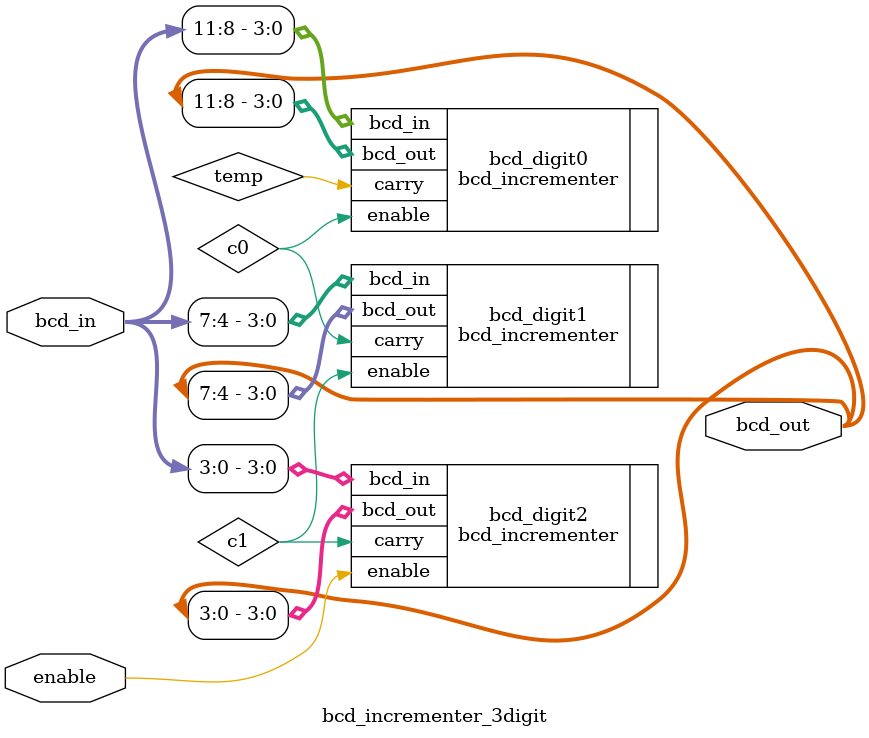
<source format=v>
module bcd_incrementer_3digit(
	bcd_in, 
	bcd_out,
	enable
);

input wire [11:0] bcd_in;
output wire [11:0] bcd_out;
input wire enable;

wire c1, c0;
wire temp;

bcd_incrementer bcd_digit2(
	.bcd_in(bcd_in[3:0]),
	.enable(enable), 
	.bcd_out(bcd_out[3:0]), 
	.carry(c1));
	
bcd_incrementer bcd_digit1(
	.bcd_in(bcd_in[7:4]),
	.enable(c1), 
	.bcd_out(bcd_out[7:4]), 
	.carry(c0));
	
bcd_incrementer bcd_digit0(
	.bcd_in(bcd_in[11:8]),
	.enable(c0), 
	.bcd_out(bcd_out[11:8]), 
	.carry(temp));
endmodule
</source>
